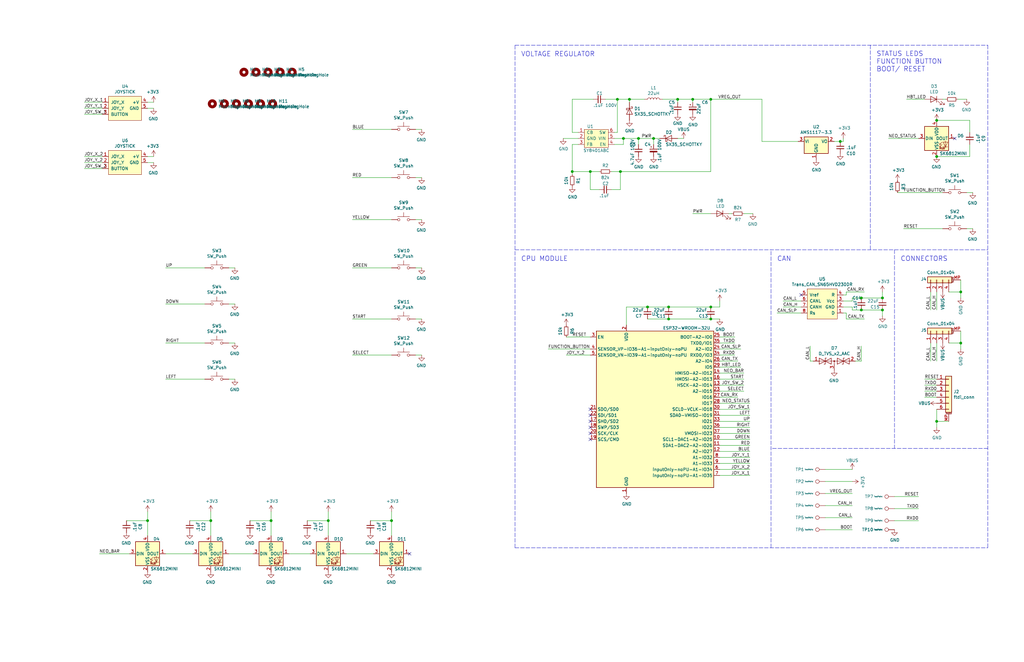
<source format=kicad_sch>
(kicad_sch (version 20210621) (generator eeschema)
  (paper "B")
  (title_block (rev "1.0P") (company "Evezor Inc."))
  (junction (at 62.23 219.71) (diameter 1.016))
  (junction (at 88.9 219.71) (diameter 1.016))
  (junction (at 114.3 219.71) (diameter 1.016))
  (junction (at 138.43 219.71) (diameter 1.016))
  (junction (at 165.1 219.71) (diameter 1.016))
  (junction (at 241.3 72.39) (diameter 1.016))
  (junction (at 248.92 72.39) (diameter 1.016))
  (junction (at 260.35 41.91) (diameter 1.016))
  (junction (at 261.62 72.39) (diameter 1.016))
  (junction (at 262.89 58.42) (diameter 1.016))
  (junction (at 265.43 41.91) (diameter 1.016))
  (junction (at 269.24 58.42) (diameter 1.016))
  (junction (at 273.05 129.54) (diameter 1.016))
  (junction (at 275.59 58.42) (diameter 1.016))
  (junction (at 281.94 129.54) (diameter 1.016))
  (junction (at 281.94 134.62) (diameter 1.016))
  (junction (at 285.75 41.91) (diameter 1.016))
  (junction (at 292.1 41.91) (diameter 1.016))
  (junction (at 299.72 41.91) (diameter 1.016))
  (junction (at 299.72 129.54) (diameter 1.016))
  (junction (at 299.72 134.62) (diameter 1.016))
  (junction (at 354.33 59.69) (diameter 1.016))
  (junction (at 363.22 125.73) (diameter 1.016))
  (junction (at 363.22 130.81) (diameter 1.016))
  (junction (at 372.11 125.73) (diameter 1.016))
  (junction (at 372.11 130.81) (diameter 1.016))
  (junction (at 394.97 50.8) (diameter 1.016))
  (junction (at 394.97 66.04) (diameter 1.016))
  (junction (at 394.97 177.8) (diameter 1.016))
  (junction (at 405.13 123.19) (diameter 1.016))
  (junction (at 405.13 144.78) (diameter 1.016))
  (no_connect (at 172.72 233.68))
  (no_connect (at 248.92 172.72))
  (no_connect (at 248.92 175.26))
  (no_connect (at 248.92 177.8))
  (no_connect (at 248.92 180.34))
  (no_connect (at 248.92 182.88))
  (no_connect (at 248.92 185.42))
  (no_connect (at 337.82 124.46))
  (no_connect (at 402.59 58.42))
  (wire (pts (xy 35.56 43.18) (xy 43.18 43.18)))
  (wire (pts (xy 35.56 45.72) (xy 43.18 45.72)))
  (wire (pts (xy 35.56 48.26) (xy 43.18 48.26)))
  (wire (pts (xy 35.56 66.04) (xy 43.18 66.04)))
  (wire (pts (xy 35.56 68.58) (xy 43.18 68.58)))
  (wire (pts (xy 35.56 71.12) (xy 43.18 71.12)))
  (wire (pts (xy 53.34 219.71) (xy 62.23 219.71)))
  (wire (pts (xy 54.61 233.68) (xy 41.91 233.68)))
  (wire (pts (xy 62.23 43.18) (xy 64.77 43.18)))
  (wire (pts (xy 62.23 66.04) (xy 64.77 66.04)))
  (wire (pts (xy 62.23 219.71) (xy 62.23 215.9)))
  (wire (pts (xy 62.23 219.71) (xy 62.23 226.06)))
  (wire (pts (xy 64.77 45.72) (xy 62.23 45.72)))
  (wire (pts (xy 64.77 68.58) (xy 62.23 68.58)))
  (wire (pts (xy 69.85 113.03) (xy 86.36 113.03)))
  (wire (pts (xy 69.85 128.27) (xy 86.36 128.27)))
  (wire (pts (xy 69.85 144.78) (xy 86.36 144.78)))
  (wire (pts (xy 69.85 160.02) (xy 86.36 160.02)))
  (wire (pts (xy 69.85 233.68) (xy 81.28 233.68)))
  (wire (pts (xy 80.01 219.71) (xy 88.9 219.71)))
  (wire (pts (xy 88.9 219.71) (xy 88.9 215.9)))
  (wire (pts (xy 88.9 219.71) (xy 88.9 226.06)))
  (wire (pts (xy 96.52 113.03) (xy 99.06 113.03)))
  (wire (pts (xy 96.52 128.27) (xy 99.06 128.27)))
  (wire (pts (xy 96.52 144.78) (xy 99.06 144.78)))
  (wire (pts (xy 96.52 160.02) (xy 99.06 160.02)))
  (wire (pts (xy 96.52 233.68) (xy 106.68 233.68)))
  (wire (pts (xy 105.41 219.71) (xy 114.3 219.71)))
  (wire (pts (xy 114.3 219.71) (xy 114.3 215.9)))
  (wire (pts (xy 114.3 219.71) (xy 114.3 226.06)))
  (wire (pts (xy 121.92 233.68) (xy 130.81 233.68)))
  (wire (pts (xy 129.54 219.71) (xy 138.43 219.71)))
  (wire (pts (xy 138.43 219.71) (xy 138.43 215.9)))
  (wire (pts (xy 138.43 219.71) (xy 138.43 226.06)))
  (wire (pts (xy 146.05 233.68) (xy 157.48 233.68)))
  (wire (pts (xy 148.59 54.61) (xy 165.1 54.61)))
  (wire (pts (xy 148.59 74.93) (xy 165.1 74.93)))
  (wire (pts (xy 148.59 92.71) (xy 165.1 92.71)))
  (wire (pts (xy 148.59 113.03) (xy 165.1 113.03)))
  (wire (pts (xy 148.59 134.62) (xy 165.1 134.62)))
  (wire (pts (xy 148.59 149.86) (xy 165.1 149.86)))
  (wire (pts (xy 156.21 219.71) (xy 165.1 219.71)))
  (wire (pts (xy 165.1 219.71) (xy 165.1 215.9)))
  (wire (pts (xy 165.1 219.71) (xy 165.1 226.06)))
  (wire (pts (xy 175.26 54.61) (xy 177.8 54.61)))
  (wire (pts (xy 175.26 74.93) (xy 177.8 74.93)))
  (wire (pts (xy 175.26 92.71) (xy 177.8 92.71)))
  (wire (pts (xy 175.26 113.03) (xy 177.8 113.03)))
  (wire (pts (xy 175.26 134.62) (xy 177.8 134.62)))
  (wire (pts (xy 175.26 149.86) (xy 177.8 149.86)))
  (wire (pts (xy 231.14 147.32) (xy 248.92 147.32)))
  (wire (pts (xy 237.49 58.42) (xy 243.84 58.42)))
  (wire (pts (xy 238.76 142.24) (xy 248.92 142.24)))
  (wire (pts (xy 238.76 149.86) (xy 248.92 149.86)))
  (wire (pts (xy 241.3 41.91) (xy 250.19 41.91)))
  (wire (pts (xy 241.3 55.88) (xy 241.3 41.91)))
  (wire (pts (xy 241.3 60.96) (xy 243.84 60.96)))
  (wire (pts (xy 241.3 72.39) (xy 241.3 60.96)))
  (wire (pts (xy 241.3 72.39) (xy 241.3 73.66)))
  (wire (pts (xy 243.84 55.88) (xy 241.3 55.88)))
  (wire (pts (xy 248.92 72.39) (xy 241.3 72.39)))
  (wire (pts (xy 248.92 80.01) (xy 248.92 72.39)))
  (wire (pts (xy 252.73 72.39) (xy 248.92 72.39)))
  (wire (pts (xy 252.73 80.01) (xy 248.92 80.01)))
  (wire (pts (xy 255.27 41.91) (xy 260.35 41.91)))
  (wire (pts (xy 257.81 72.39) (xy 261.62 72.39)))
  (wire (pts (xy 257.81 80.01) (xy 261.62 80.01)))
  (wire (pts (xy 259.08 55.88) (xy 260.35 55.88)))
  (wire (pts (xy 259.08 58.42) (xy 262.89 58.42)))
  (wire (pts (xy 259.08 60.96) (xy 262.89 60.96)))
  (wire (pts (xy 260.35 41.91) (xy 265.43 41.91)))
  (wire (pts (xy 260.35 55.88) (xy 260.35 41.91)))
  (wire (pts (xy 261.62 72.39) (xy 299.72 72.39)))
  (wire (pts (xy 261.62 80.01) (xy 261.62 72.39)))
  (wire (pts (xy 262.89 58.42) (xy 269.24 58.42)))
  (wire (pts (xy 262.89 60.96) (xy 262.89 58.42)))
  (wire (pts (xy 264.16 129.54) (xy 273.05 129.54)))
  (wire (pts (xy 264.16 137.16) (xy 264.16 129.54)))
  (wire (pts (xy 265.43 41.91) (xy 271.78 41.91)))
  (wire (pts (xy 265.43 43.18) (xy 265.43 41.91)))
  (wire (pts (xy 269.24 58.42) (xy 269.24 60.96)))
  (wire (pts (xy 273.05 129.54) (xy 281.94 129.54)))
  (wire (pts (xy 273.05 134.62) (xy 281.94 134.62)))
  (wire (pts (xy 275.59 58.42) (xy 269.24 58.42)))
  (wire (pts (xy 275.59 58.42) (xy 275.59 60.96)))
  (wire (pts (xy 275.59 58.42) (xy 278.13 58.42)))
  (wire (pts (xy 279.4 41.91) (xy 285.75 41.91)))
  (wire (pts (xy 281.94 129.54) (xy 299.72 129.54)))
  (wire (pts (xy 281.94 134.62) (xy 299.72 134.62)))
  (wire (pts (xy 285.75 41.91) (xy 285.75 43.18)))
  (wire (pts (xy 285.75 41.91) (xy 292.1 41.91)))
  (wire (pts (xy 285.75 58.42) (xy 288.29 58.42)))
  (wire (pts (xy 292.1 41.91) (xy 292.1 43.18)))
  (wire (pts (xy 292.1 41.91) (xy 299.72 41.91)))
  (wire (pts (xy 292.1 90.17) (xy 299.72 90.17)))
  (wire (pts (xy 299.72 41.91) (xy 321.31 41.91)))
  (wire (pts (xy 299.72 72.39) (xy 299.72 41.91)))
  (wire (pts (xy 299.72 129.54) (xy 303.53 129.54)))
  (wire (pts (xy 299.72 134.62) (xy 303.53 134.62)))
  (wire (pts (xy 303.53 129.54) (xy 303.53 127)))
  (wire (pts (xy 303.53 142.24) (xy 309.88 142.24)))
  (wire (pts (xy 303.53 144.78) (xy 309.88 144.78)))
  (wire (pts (xy 303.53 152.4) (xy 311.15 152.4)))
  (wire (pts (xy 303.53 154.94) (xy 312.42 154.94)))
  (wire (pts (xy 303.53 157.48) (xy 313.69 157.48)))
  (wire (pts (xy 303.53 160.02) (xy 313.69 160.02)))
  (wire (pts (xy 303.53 162.56) (xy 313.69 162.56)))
  (wire (pts (xy 303.53 165.1) (xy 313.69 165.1)))
  (wire (pts (xy 303.53 172.72) (xy 316.23 172.72)))
  (wire (pts (xy 303.53 175.26) (xy 316.23 175.26)))
  (wire (pts (xy 303.53 177.8) (xy 316.23 177.8)))
  (wire (pts (xy 303.53 180.34) (xy 316.23 180.34)))
  (wire (pts (xy 303.53 182.88) (xy 316.23 182.88)))
  (wire (pts (xy 303.53 185.42) (xy 316.23 185.42)))
  (wire (pts (xy 303.53 187.96) (xy 316.23 187.96)))
  (wire (pts (xy 303.53 190.5) (xy 316.23 190.5)))
  (wire (pts (xy 303.53 193.04) (xy 316.23 193.04)))
  (wire (pts (xy 303.53 195.58) (xy 316.23 195.58)))
  (wire (pts (xy 303.53 198.12) (xy 316.23 198.12)))
  (wire (pts (xy 303.53 200.66) (xy 316.23 200.66)))
  (wire (pts (xy 307.34 90.17) (xy 308.61 90.17)))
  (wire (pts (xy 309.88 149.86) (xy 303.53 149.86)))
  (wire (pts (xy 311.15 167.64) (xy 303.53 167.64)))
  (wire (pts (xy 312.42 147.32) (xy 303.53 147.32)))
  (wire (pts (xy 313.69 90.17) (xy 317.5 90.17)))
  (wire (pts (xy 316.23 170.18) (xy 303.53 170.18)))
  (wire (pts (xy 321.31 41.91) (xy 321.31 59.69)))
  (wire (pts (xy 321.31 59.69) (xy 336.55 59.69)))
  (wire (pts (xy 327.66 132.08) (xy 337.82 132.08)))
  (wire (pts (xy 337.82 127) (xy 330.2 127)))
  (wire (pts (xy 337.82 129.54) (xy 330.2 129.54)))
  (wire (pts (xy 341.63 146.05) (xy 341.63 152.4)))
  (wire (pts (xy 341.63 152.4) (xy 342.9 152.4)))
  (wire (pts (xy 347.98 198.12) (xy 359.41 198.12)))
  (wire (pts (xy 347.98 208.28) (xy 359.41 208.28)))
  (wire (pts (xy 347.98 218.44) (xy 359.41 218.44)))
  (wire (pts (xy 347.98 223.52) (xy 359.41 223.52)))
  (wire (pts (xy 351.79 59.69) (xy 354.33 59.69)))
  (wire (pts (xy 354.33 59.69) (xy 355.6 59.69)))
  (wire (pts (xy 355.6 59.69) (xy 355.6 58.42)))
  (wire (pts (xy 355.6 124.46) (xy 356.87 124.46)))
  (wire (pts (xy 355.6 127) (xy 359.41 127)))
  (wire (pts (xy 355.6 129.54) (xy 359.41 129.54)))
  (wire (pts (xy 355.6 132.08) (xy 356.87 132.08)))
  (wire (pts (xy 356.87 123.19) (xy 364.49 123.19)))
  (wire (pts (xy 356.87 124.46) (xy 356.87 123.19)))
  (wire (pts (xy 356.87 132.08) (xy 356.87 134.62)))
  (wire (pts (xy 356.87 134.62) (xy 364.49 134.62)))
  (wire (pts (xy 359.41 125.73) (xy 363.22 125.73)))
  (wire (pts (xy 359.41 127) (xy 359.41 125.73)))
  (wire (pts (xy 359.41 129.54) (xy 359.41 130.81)))
  (wire (pts (xy 359.41 130.81) (xy 363.22 130.81)))
  (wire (pts (xy 359.41 203.2) (xy 347.98 203.2)))
  (wire (pts (xy 359.41 213.36) (xy 347.98 213.36)))
  (wire (pts (xy 363.22 125.73) (xy 372.11 125.73)))
  (wire (pts (xy 363.22 130.81) (xy 372.11 130.81)))
  (wire (pts (xy 363.22 146.05) (xy 363.22 152.4)))
  (wire (pts (xy 363.22 152.4) (xy 360.68 152.4)))
  (wire (pts (xy 372.11 125.73) (xy 372.11 123.19)))
  (wire (pts (xy 372.11 133.35) (xy 372.11 130.81)))
  (wire (pts (xy 377.19 209.55) (xy 387.35 209.55)))
  (wire (pts (xy 377.19 219.71) (xy 387.35 219.71)))
  (wire (pts (xy 378.46 81.28) (xy 397.51 81.28)))
  (wire (pts (xy 381 96.52) (xy 397.51 96.52)))
  (wire (pts (xy 382.27 41.91) (xy 389.89 41.91)))
  (wire (pts (xy 387.35 58.42) (xy 374.65 58.42)))
  (wire (pts (xy 387.35 214.63) (xy 377.19 214.63)))
  (wire (pts (xy 389.89 160.02) (xy 394.97 160.02)))
  (wire (pts (xy 389.89 162.56) (xy 394.97 162.56)))
  (wire (pts (xy 389.89 165.1) (xy 394.97 165.1)))
  (wire (pts (xy 392.43 123.19) (xy 392.43 130.81)))
  (wire (pts (xy 392.43 144.78) (xy 392.43 152.4)))
  (wire (pts (xy 394.97 50.8) (xy 408.94 50.8)))
  (wire (pts (xy 394.97 66.04) (xy 408.94 66.04)))
  (wire (pts (xy 394.97 123.19) (xy 394.97 130.81)))
  (wire (pts (xy 394.97 144.78) (xy 394.97 152.4)))
  (wire (pts (xy 394.97 167.64) (xy 389.89 167.64)))
  (wire (pts (xy 394.97 172.72) (xy 394.97 177.8)))
  (wire (pts (xy 394.97 177.8) (xy 394.97 180.34)))
  (wire (pts (xy 394.97 177.8) (xy 400.05 177.8)))
  (wire (pts (xy 397.51 41.91) (xy 398.78 41.91)))
  (wire (pts (xy 400.05 123.19) (xy 405.13 123.19)))
  (wire (pts (xy 400.05 144.78) (xy 405.13 144.78)))
  (wire (pts (xy 403.86 41.91) (xy 407.67 41.91)))
  (wire (pts (xy 405.13 118.11) (xy 405.13 123.19)))
  (wire (pts (xy 405.13 123.19) (xy 405.13 125.73)))
  (wire (pts (xy 405.13 139.7) (xy 405.13 144.78)))
  (wire (pts (xy 405.13 144.78) (xy 405.13 147.32)))
  (wire (pts (xy 407.67 81.28) (xy 410.21 81.28)))
  (wire (pts (xy 407.67 96.52) (xy 410.21 96.52)))
  (wire (pts (xy 408.94 50.8) (xy 408.94 55.88)))
  (wire (pts (xy 408.94 66.04) (xy 408.94 60.96)))
  (polyline (pts (xy 217.17 19.05) (xy 416.56 19.05)) (stroke (width 0) (type dash)))
  (polyline (pts (xy 217.17 105.41) (xy 416.56 105.41)) (stroke (width 0) (type dash)))
  (polyline (pts (xy 217.17 231.14) (xy 217.17 19.05)) (stroke (width 0) (type dash)))
  (polyline (pts (xy 217.17 231.14) (xy 416.56 231.14)) (stroke (width 0) (type dash)))
  (polyline (pts (xy 325.12 231.14) (xy 325.12 105.41)) (stroke (width 0) (type dash)))
  (polyline (pts (xy 367.03 19.05) (xy 367.03 105.41)) (stroke (width 0) (type dash)))
  (polyline (pts (xy 377.19 105.41) (xy 377.19 189.23)) (stroke (width 0) (type dash)))
  (polyline (pts (xy 416.56 19.05) (xy 416.56 231.14)) (stroke (width 0) (type dash)))
  (polyline (pts (xy 416.56 189.23) (xy 325.12 189.23)) (stroke (width 0) (type dash)))
  (text "VOLTAGE REGULATOR" (at 219.71 24.13 0) (effects (font (size 2.0066 2.0066)) (justify left bottom)))
  (text "CPU MODULE" (at 219.71 110.49 0) (effects (font (size 2.0066 2.0066)) (justify left bottom)))
  (text "CAN \n" (at 327.66 110.49 0) (effects (font (size 2.0066 2.0066)) (justify left bottom)))
  (text "STATUS LEDS \nFUNCTION BUTTON\nBOOT/ RESET " (at 369.57 30.48 0) (effects (font (size 2.0066 2.0066)) (justify left bottom)))
  (text "CONNECTORS" (at 379.73 110.49 0) (effects (font (size 2.0066 2.0066)) (justify left bottom)))
  (label "JOY_X_1" (at 35.56 43.18 0))
  (label "JOY_Y_1" (at 35.56 45.72 0))
  (label "JOY_SW_1" (at 35.56 48.26 0))
  (label "JOY_X_2" (at 35.56 66.04 0))
  (label "JOY_Y_2" (at 35.56 68.58 0))
  (label "JOY_SW_2" (at 35.56 71.12 0))
  (label "NEO_BAR" (at 41.91 233.68 0))
  (label "UP" (at 69.85 113.03 0))
  (label "DOWN" (at 69.85 128.27 0))
  (label "RIGHT" (at 69.85 144.78 0))
  (label "LEFT" (at 69.85 160.02 0))
  (label "BLUE" (at 148.59 54.61 0))
  (label "RED" (at 148.59 74.93 0))
  (label "YELLOW" (at 148.59 92.71 0))
  (label "GREEN" (at 148.59 113.03 0))
  (label "START" (at 148.59 134.62 0))
  (label "SELECT" (at 148.59 149.86 0))
  (label "FUNCTION_BUTTON" (at 231.14 147.32 0))
  (label "JOY_Y_2" (at 238.76 149.86 0))
  (label "RESET" (at 241.3 142.24 0))
  (label "PWR" (at 270.51 58.42 0))
  (label "PWR" (at 292.1 90.17 0))
  (label "BOOT" (at 309.88 142.24 180))
  (label "TXDO" (at 309.88 144.78 180))
  (label "RXD0" (at 309.88 149.86 180))
  (label "CAN_TX" (at 311.15 152.4 180))
  (label "CAN_RX" (at 311.15 167.64 180))
  (label "VREG_OUT" (at 312.42 41.91 180))
  (label "CAN_SLP" (at 312.42 147.32 180))
  (label "HBT_LED" (at 312.42 154.94 180))
  (label "NEO_BAR" (at 313.69 157.48 180))
  (label "START" (at 313.69 160.02 180))
  (label "JOY_SW_2" (at 313.69 162.56 180))
  (label "SELECT" (at 313.69 165.1 180))
  (label "NEO_STATUS" (at 316.23 170.18 180))
  (label "JOY_SW_1" (at 316.23 172.72 180))
  (label "LEFT" (at 316.23 175.26 180))
  (label "UP" (at 316.23 177.8 180))
  (label "RIGHT" (at 316.23 180.34 180))
  (label "DOWN" (at 316.23 182.88 180))
  (label "GREEN" (at 316.23 185.42 180))
  (label "RED" (at 316.23 187.96 180))
  (label "BLUE" (at 316.23 190.5 180))
  (label "JOY_Y_1" (at 316.23 193.04 180))
  (label "YELLOW" (at 316.23 195.58 180))
  (label "JOY_X_2" (at 316.23 198.12 180))
  (label "JOY_X_1" (at 316.23 200.66 180))
  (label "CAN_SLP" (at 327.66 132.08 0))
  (label "CAN_L" (at 330.2 127 0))
  (label "CAN_H" (at 330.2 129.54 0))
  (label "CAN_L" (at 341.63 146.05 270))
  (label "VREG_OUT" (at 359.41 208.28 180))
  (label "CAN_H" (at 359.41 213.36 180))
  (label "CAN_L" (at 359.41 218.44 180))
  (label "BOOT" (at 359.41 223.52 180))
  (label "CAN_H" (at 363.22 146.05 270))
  (label "CAN_RX" (at 364.49 123.19 180))
  (label "CAN_TX" (at 364.49 134.62 180))
  (label "NEO_STATUS" (at 374.65 58.42 0))
  (label "FUNCTION_BUTTON" (at 381 81.28 0))
  (label "RESET" (at 381 96.52 0))
  (label "HBT_LED" (at 382.27 41.91 0))
  (label "RESET" (at 387.35 209.55 180))
  (label "TXDO" (at 387.35 214.63 180))
  (label "RXD0" (at 387.35 219.71 180))
  (label "RESET" (at 389.89 160.02 0))
  (label "TXDO" (at 389.89 162.56 0))
  (label "RXD0" (at 389.89 165.1 0))
  (label "BOOT" (at 389.89 167.64 0))
  (label "CAN_L" (at 392.43 130.81 90))
  (label "CAN_L" (at 392.43 152.4 90))
  (label "CAN_H" (at 394.97 130.81 90))
  (label "CAN_H" (at 394.97 152.4 90))
  (symbol (lib_id "power:+3.3V") (at 62.23 215.9 0) (unit 1)
    (property "Reference" "#PWR02" (effects hide))
    (property "Value" "+3.3V" (at 62.611 211.5058 0))
  )
  (symbol (lib_id "power:+3.3V") (at 64.77 43.18 0) (mirror y) (unit 1)
    (property "Reference" "#PWR04" (effects hide))
    (property "Value" "+3.3V" (at 64.389 38.7858 0))
  )
  (symbol (lib_id "power:+3.3V") (at 64.77 66.04 0) (mirror y) (unit 1)
    (property "Reference" "#PWR06" (effects hide))
    (property "Value" "+3.3V" (at 64.389 61.6458 0))
  )
  (symbol (lib_id "power:+3.3V") (at 88.9 215.9 0) (unit 1)
    (property "Reference" "#PWR09" (effects hide))
    (property "Value" "+3.3V" (at 89.281 211.5058 0))
  )
  (symbol (lib_id "power:+3.3V") (at 114.3 215.9 0) (unit 1)
    (property "Reference" "#PWR016" (effects hide))
    (property "Value" "+3.3V" (at 114.681 211.5058 0))
  )
  (symbol (lib_id "power:+3.3V") (at 138.43 215.9 0) (unit 1)
    (property "Reference" "#PWR019" (effects hide))
    (property "Value" "+3.3V" (at 138.811 211.5058 0))
  )
  (symbol (lib_id "power:+3.3V") (at 165.1 215.9 0) (unit 1)
    (property "Reference" "#PWR022" (effects hide))
    (property "Value" "+3.3V" (at 165.481 211.5058 0))
  )
  (symbol (lib_id "power:+3.3V") (at 238.76 137.16 0) (unit 1)
    (property "Reference" "#PWR0113" (effects hide))
    (property "Value" "+3.3V" (at 239.141 132.7658 0))
  )
  (symbol (lib_id "power:VBUS") (at 288.29 58.42 0) (unit 1)
    (property "Reference" "#PWR0109" (effects hide))
    (property "Value" "VBUS" (at 288.29 54.61 0))
  )
  (symbol (lib_id "power:+3.3V") (at 303.53 127 0) (unit 1)
    (property "Reference" "#PWR0114" (effects hide))
    (property "Value" "+3.3V" (at 303.911 122.6058 0))
  )
  (symbol (lib_id "power:+3.3V") (at 355.6 58.42 0) (unit 1)
    (property "Reference" "#PWR0101" (effects hide))
    (property "Value" "+3.3V" (at 355.981 54.0258 0))
  )
  (symbol (lib_id "power:VBUS") (at 359.41 198.12 0) (unit 1)
    (property "Reference" "#PWR0122" (effects hide))
    (property "Value" "VBUS" (at 359.41 194.31 0))
  )
  (symbol (lib_id "power:+3.3V") (at 359.41 203.2 270) (unit 1)
    (property "Reference" "#PWR0125" (effects hide))
    (property "Value" "+3.3V" (at 363.8042 203.581 0))
  )
  (symbol (lib_id "power:+3.3V") (at 372.11 123.19 0) (unit 1)
    (property "Reference" "#PWR0127" (effects hide))
    (property "Value" "+3.3V" (at 372.491 118.7958 0))
  )
  (symbol (lib_id "power:+3.3V") (at 378.46 76.2 0) (unit 1)
    (property "Reference" "#PWR0116" (effects hide))
    (property "Value" "+3.3V" (at 378.841 71.8058 0))
  )
  (symbol (lib_id "power:+3.3V") (at 394.97 50.8 0) (unit 1)
    (property "Reference" "#PWR0130" (effects hide))
    (property "Value" "+3.3V" (at 395.351 46.4058 0))
  )
  (symbol (lib_id "power:VBUS") (at 394.97 170.18 90) (unit 1)
    (property "Reference" "#PWR0112" (effects hide))
    (property "Value" "VBUS" (at 389.89 170.18 90))
  )
  (symbol (lib_id "power:VBUS") (at 397.51 123.19 180) (unit 1)
    (property "Reference" "#PWR0121" (effects hide))
    (property "Value" "VBUS" (at 397.51 128.27 90))
  )
  (symbol (lib_id "power:VBUS") (at 397.51 144.78 180) (unit 1)
    (property "Reference" "#PWR0120" (effects hide))
    (property "Value" "VBUS" (at 397.51 149.86 90))
  )
  (symbol (lib_id "Connector:TestPoint") (at 347.98 198.12 90) (unit 1)
    (property "Reference" "TP1" (at 339.09 198.12 90) (effects (justify left)))
    (property "Value" "TestPoint" (at 342.9 198.12 90) (effects (font (size 0.508 0.508)) (justify left)))
    (property "Footprint" "Evezor_extras:TestPoint_THTPad_D1.0mm_Drill0.5mm" (effects hide))
  )
  (symbol (lib_id "Connector:TestPoint") (at 347.98 203.2 90) (unit 1)
    (property "Reference" "TP2" (at 339.09 203.2 90) (effects (justify left)))
    (property "Value" "TestPoint" (at 342.9 203.2 90) (effects (font (size 0.508 0.508)) (justify left)))
    (property "Footprint" "Evezor_extras:TestPoint_THTPad_D1.0mm_Drill0.5mm" (effects hide))
  )
  (symbol (lib_id "Connector:TestPoint") (at 347.98 208.28 90) (unit 1)
    (property "Reference" "TP3" (at 339.09 208.28 90) (effects (justify left)))
    (property "Value" "TestPoint" (at 342.9 208.28 90) (effects (font (size 0.508 0.508)) (justify left)))
    (property "Footprint" "Evezor_extras:TestPoint_THTPad_D1.0mm_Drill0.5mm" (effects hide))
  )
  (symbol (lib_id "Connector:TestPoint") (at 347.98 213.36 90) (unit 1)
    (property "Reference" "TP4" (at 339.09 213.36 90) (effects (justify left)))
    (property "Value" "TestPoint" (at 342.9 213.36 90) (effects (font (size 0.508 0.508)) (justify left)))
    (property "Footprint" "Evezor_extras:TestPoint_THTPad_D1.0mm_Drill0.5mm" (effects hide))
  )
  (symbol (lib_id "Connector:TestPoint") (at 347.98 218.44 90) (unit 1)
    (property "Reference" "TP5" (at 339.09 218.44 90) (effects (justify left)))
    (property "Value" "TestPoint" (at 342.9 218.44 90) (effects (font (size 0.508 0.508)) (justify left)))
    (property "Footprint" "Evezor_extras:TestPoint_THTPad_D1.0mm_Drill0.5mm" (effects hide))
  )
  (symbol (lib_id "Connector:TestPoint") (at 347.98 223.52 90) (unit 1)
    (property "Reference" "TP6" (at 339.09 223.52 90) (effects (justify left)))
    (property "Value" "TestPoint" (at 342.9 223.52 90) (effects (font (size 0.508 0.508)) (justify left)))
    (property "Footprint" "Evezor_extras:TestPoint_THTPad_D1.0mm_Drill0.5mm" (effects hide))
  )
  (symbol (lib_id "Connector:TestPoint") (at 377.19 209.55 90) (unit 1)
    (property "Reference" "TP7" (at 368.3 209.55 90) (effects (justify left)))
    (property "Value" "TestPoint" (at 372.11 209.55 90) (effects (font (size 0.508 0.508)) (justify left)))
    (property "Footprint" "Evezor_extras:TestPoint_THTPad_D1.0mm_Drill0.5mm" (effects hide))
  )
  (symbol (lib_id "Connector:TestPoint") (at 377.19 214.63 90) (unit 1)
    (property "Reference" "TP8" (at 368.3 214.63 90) (effects (justify left)))
    (property "Value" "TestPoint" (at 372.11 214.63 90) (effects (font (size 0.508 0.508)) (justify left)))
    (property "Footprint" "Evezor_extras:TestPoint_THTPad_D1.0mm_Drill0.5mm" (effects hide))
  )
  (symbol (lib_id "Connector:TestPoint") (at 377.19 219.71 90) (unit 1)
    (property "Reference" "TP9" (at 368.3 219.71 90) (effects (justify left)))
    (property "Value" "TestPoint" (at 372.11 219.71 90) (effects (font (size 0.508 0.508)) (justify left)))
    (property "Footprint" "Evezor_extras:TestPoint_THTPad_D1.0mm_Drill0.5mm" (effects hide))
  )
  (symbol (lib_id "Connector:TestPoint") (at 377.19 223.52 90) (unit 1)
    (property "Reference" "TP10" (at 368.3 223.52 90) (effects (justify left)))
    (property "Value" "TestPoint" (at 372.11 223.52 90) (effects (font (size 0.508 0.508)) (justify left)))
    (property "Footprint" "Evezor_extras:TestPoint_THTPad_D1.0mm_Drill0.5mm" (effects hide))
  )
  (symbol (lib_id "power:GND") (at 53.34 224.79 0) (mirror y) (unit 1)
    (property "Reference" "#PWR01" (effects hide))
    (property "Value" "GND" (at 53.213 229.1842 0))
  )
  (symbol (lib_id "power:GND") (at 62.23 241.3 0) (mirror y) (unit 1)
    (property "Reference" "#PWR03" (effects hide))
    (property "Value" "GND" (at 62.103 245.6942 0))
  )
  (symbol (lib_id "power:GND") (at 64.77 45.72 0) (mirror y) (unit 1)
    (property "Reference" "#PWR05" (effects hide))
    (property "Value" "GND" (at 64.643 50.1142 0))
  )
  (symbol (lib_id "power:GND") (at 64.77 68.58 0) (mirror y) (unit 1)
    (property "Reference" "#PWR07" (effects hide))
    (property "Value" "GND" (at 64.643 72.9742 0))
  )
  (symbol (lib_id "power:GND") (at 80.01 224.79 0) (mirror y) (unit 1)
    (property "Reference" "#PWR08" (effects hide))
    (property "Value" "GND" (at 79.883 229.1842 0))
  )
  (symbol (lib_id "power:GND") (at 88.9 241.3 0) (mirror y) (unit 1)
    (property "Reference" "#PWR010" (effects hide))
    (property "Value" "GND" (at 88.773 245.6942 0))
  )
  (symbol (lib_id "power:GND") (at 99.06 113.03 0) (mirror y) (unit 1)
    (property "Reference" "#PWR011" (effects hide))
    (property "Value" "GND" (at 98.933 117.4242 0))
  )
  (symbol (lib_id "power:GND") (at 99.06 128.27 0) (mirror y) (unit 1)
    (property "Reference" "#PWR012" (effects hide))
    (property "Value" "GND" (at 98.933 132.6642 0))
  )
  (symbol (lib_id "power:GND") (at 99.06 144.78 0) (mirror y) (unit 1)
    (property "Reference" "#PWR013" (effects hide))
    (property "Value" "GND" (at 98.933 149.1742 0))
  )
  (symbol (lib_id "power:GND") (at 99.06 160.02 0) (mirror y) (unit 1)
    (property "Reference" "#PWR014" (effects hide))
    (property "Value" "GND" (at 98.933 164.4142 0))
  )
  (symbol (lib_id "power:GND") (at 105.41 224.79 0) (mirror y) (unit 1)
    (property "Reference" "#PWR015" (effects hide))
    (property "Value" "GND" (at 105.283 229.1842 0))
  )
  (symbol (lib_id "power:GND") (at 114.3 241.3 0) (mirror y) (unit 1)
    (property "Reference" "#PWR017" (effects hide))
    (property "Value" "GND" (at 114.173 245.6942 0))
  )
  (symbol (lib_id "power:GND") (at 129.54 224.79 0) (mirror y) (unit 1)
    (property "Reference" "#PWR018" (effects hide))
    (property "Value" "GND" (at 129.413 229.1842 0))
  )
  (symbol (lib_id "power:GND") (at 138.43 241.3 0) (mirror y) (unit 1)
    (property "Reference" "#PWR020" (effects hide))
    (property "Value" "GND" (at 138.303 245.6942 0))
  )
  (symbol (lib_id "power:GND") (at 156.21 224.79 0) (mirror y) (unit 1)
    (property "Reference" "#PWR021" (effects hide))
    (property "Value" "GND" (at 156.083 229.1842 0))
  )
  (symbol (lib_id "power:GND") (at 165.1 241.3 0) (mirror y) (unit 1)
    (property "Reference" "#PWR023" (effects hide))
    (property "Value" "GND" (at 164.973 245.6942 0))
  )
  (symbol (lib_id "power:GND") (at 177.8 54.61 0) (mirror y) (unit 1)
    (property "Reference" "#PWR024" (effects hide))
    (property "Value" "GND" (at 177.673 59.0042 0))
  )
  (symbol (lib_id "power:GND") (at 177.8 74.93 0) (mirror y) (unit 1)
    (property "Reference" "#PWR025" (effects hide))
    (property "Value" "GND" (at 177.673 79.3242 0))
  )
  (symbol (lib_id "power:GND") (at 177.8 92.71 0) (mirror y) (unit 1)
    (property "Reference" "#PWR026" (effects hide))
    (property "Value" "GND" (at 177.673 97.1042 0))
  )
  (symbol (lib_id "power:GND") (at 177.8 113.03 0) (mirror y) (unit 1)
    (property "Reference" "#PWR027" (effects hide))
    (property "Value" "GND" (at 177.673 117.4242 0))
  )
  (symbol (lib_id "power:GND") (at 177.8 134.62 0) (mirror y) (unit 1)
    (property "Reference" "#PWR028" (effects hide))
    (property "Value" "GND" (at 177.673 139.0142 0))
  )
  (symbol (lib_id "power:GND") (at 177.8 149.86 0) (mirror y) (unit 1)
    (property "Reference" "#PWR029" (effects hide))
    (property "Value" "GND" (at 177.673 154.2542 0))
  )
  (symbol (lib_id "power:GND") (at 237.49 58.42 0) (unit 1)
    (property "Reference" "#PWR0102" (effects hide))
    (property "Value" "GND" (at 237.617 62.8142 0))
  )
  (symbol (lib_id "power:GND") (at 241.3 78.74 0) (unit 1)
    (property "Reference" "#PWR0106" (effects hide))
    (property "Value" "GND" (at 241.427 83.1342 0))
  )
  (symbol (lib_id "power:GND") (at 264.16 208.28 0) (unit 1)
    (property "Reference" "#PWR0124" (effects hide))
    (property "Value" "GND" (at 264.287 212.6742 0))
  )
  (symbol (lib_id "power:GND") (at 265.43 50.8 0) (unit 1)
    (property "Reference" "#PWR0103" (effects hide))
    (property "Value" "GND" (at 265.557 55.1942 0))
  )
  (symbol (lib_id "power:GND") (at 269.24 66.04 0) (unit 1)
    (property "Reference" "#PWR0108" (effects hide))
    (property "Value" "GND" (at 269.367 70.4342 0))
  )
  (symbol (lib_id "power:GND") (at 275.59 66.04 0) (unit 1)
    (property "Reference" "#PWR0107" (effects hide))
    (property "Value" "GND" (at 275.717 70.4342 0))
  )
  (symbol (lib_id "power:GND") (at 285.75 48.26 0) (unit 1)
    (property "Reference" "#PWR0105" (effects hide))
    (property "Value" "GND" (at 285.75 52.07 0))
  )
  (symbol (lib_id "power:GND") (at 292.1 48.26 0) (unit 1)
    (property "Reference" "#PWR0104" (effects hide))
    (property "Value" "GND" (at 292.227 52.6542 0))
  )
  (symbol (lib_id "power:GND") (at 303.53 134.62 0) (unit 1)
    (property "Reference" "#PWR0126" (effects hide))
    (property "Value" "GND" (at 303.657 139.0142 0))
  )
  (symbol (lib_id "power:GND") (at 317.5 90.17 0) (mirror y) (unit 1)
    (property "Reference" "#PWR0138" (effects hide))
    (property "Value" "GND" (at 317.373 94.5642 0))
  )
  (symbol (lib_id "power:GND") (at 344.17 67.31 0) (unit 1)
    (property "Reference" "#PWR0110" (effects hide))
    (property "Value" "GND" (at 344.297 71.7042 0))
  )
  (symbol (lib_id "power:GND") (at 351.79 156.21 0) (mirror y) (unit 1)
    (property "Reference" "#PWR0111" (effects hide))
    (property "Value" "GND" (at 351.663 160.6042 0))
  )
  (symbol (lib_id "power:GND") (at 354.33 64.77 0) (unit 1)
    (property "Reference" "#PWR0137" (effects hide))
    (property "Value" "GND" (at 354.457 69.1642 0))
  )
  (symbol (lib_id "power:GND") (at 372.11 133.35 0) (unit 1)
    (property "Reference" "#PWR0132" (effects hide))
    (property "Value" "GND" (at 372.237 137.7442 0))
  )
  (symbol (lib_id "power:GND") (at 377.19 223.52 0) (unit 1)
    (property "Reference" "#PWR0115" (effects hide))
    (property "Value" "GND" (at 377.317 227.9142 0))
  )
  (symbol (lib_id "power:GND") (at 394.97 66.04 0) (mirror y) (unit 1)
    (property "Reference" "#PWR0131" (effects hide))
    (property "Value" "GND" (at 394.843 70.4342 0))
  )
  (symbol (lib_id "power:GND") (at 394.97 180.34 0) (unit 1)
    (property "Reference" "#PWR0119" (effects hide))
    (property "Value" "GND" (at 395.097 184.7342 0))
  )
  (symbol (lib_id "power:GND") (at 405.13 125.73 0) (unit 1)
    (property "Reference" "#PWR0118" (effects hide))
    (property "Value" "GND" (at 405.13 130.81 90))
  )
  (symbol (lib_id "power:GND") (at 405.13 147.32 0) (unit 1)
    (property "Reference" "#PWR0123" (effects hide))
    (property "Value" "GND" (at 405.13 152.4 90))
  )
  (symbol (lib_id "power:GND") (at 407.67 41.91 0) (mirror y) (unit 1)
    (property "Reference" "#PWR0133" (effects hide))
    (property "Value" "GND" (at 407.543 46.3042 0))
  )
  (symbol (lib_id "power:GND") (at 410.21 81.28 0) (mirror y) (unit 1)
    (property "Reference" "#PWR0129" (effects hide))
    (property "Value" "GND" (at 410.083 85.6742 0))
  )
  (symbol (lib_id "power:GND") (at 410.21 96.52 0) (mirror y) (unit 1)
    (property "Reference" "#PWR0117" (effects hide))
    (property "Value" "GND" (at 410.083 100.9142 0))
  )
  (symbol (lib_id "Device:L") (at 275.59 41.91 90) (unit 1)
    (property "Reference" "L1" (at 275.59 37.084 90))
    (property "Value" "22uH" (at 275.59 39.3954 90))
    (property "Footprint" "EvezorLIB:INDUCTOR_7.5X6.6_GCDA0630-220MC" (effects hide))
  )
  (symbol (lib_id "Device:R_Small") (at 238.76 139.7 180) (unit 1)
    (property "Reference" "R6" (at 241.3 139.7 90))
    (property "Value" "10k" (at 236.22 139.7 90))
    (property "Footprint" "Resistor_SMD:R_0603_1608Metric" (effects hide))
  )
  (symbol (lib_id "Device:R_Small") (at 241.3 76.2 180) (unit 1)
    (property "Reference" "R1" (at 243.84 76.2 90))
    (property "Value" "10k" (at 238.76 76.2 90))
    (property "Footprint" "Resistor_SMD:R_0603_1608Metric" (effects hide))
  )
  (symbol (lib_id "Device:R_Small") (at 255.27 72.39 270) (unit 1)
    (property "Reference" "R2" (at 255.27 69.85 90))
    (property "Value" "82k" (at 255.27 74.93 90))
    (property "Footprint" "Resistor_SMD:R_0603_1608Metric" (effects hide))
  )
  (symbol (lib_id "Device:R_Small") (at 311.15 90.17 270) (mirror x) (unit 1)
    (property "Reference" "R7" (at 311.15 92.71 90))
    (property "Value" "82k" (at 311.15 87.63 90))
    (property "Footprint" "Resistor_SMD:R_0603_1608Metric" (effects hide))
  )
  (symbol (lib_id "Device:R_Small") (at 378.46 78.74 180) (unit 1)
    (property "Reference" "R3" (at 381 78.74 90))
    (property "Value" "10k" (at 375.92 78.74 90))
    (property "Footprint" "Resistor_SMD:R_0603_1608Metric" (effects hide))
  )
  (symbol (lib_id "Device:R_Small") (at 401.32 41.91 270) (mirror x) (unit 1)
    (property "Reference" "R5" (at 401.32 44.45 90))
    (property "Value" "10k" (at 401.32 39.37 90))
    (property "Footprint" "Resistor_SMD:R_0603_1608Metric" (effects hide))
  )
  (symbol (lib_id "Mechanical:MountingHole") (at 89.535 43.815 0) (unit 1)
    (property "Reference" "H6" (at 92.075 42.6466 0) (effects (justify left)))
    (property "Value" "MountingHole" (at 92.075 44.958 0) (effects (justify left)))
    (property "Footprint" "MountingHole:MountingHole_2.5mm_Pad" (effects hide))
  )
  (symbol (lib_id "Mechanical:MountingHole") (at 94.615 43.815 0) (unit 1)
    (property "Reference" "H7" (at 97.155 42.6466 0) (effects (justify left)))
    (property "Value" "MountingHole" (at 97.155 44.958 0) (effects (justify left)))
    (property "Footprint" "MountingHole:MountingHole_2.5mm_Pad" (effects hide))
  )
  (symbol (lib_id "Mechanical:MountingHole") (at 99.695 43.815 0) (unit 1)
    (property "Reference" "H8" (at 102.235 42.6466 0) (effects (justify left)))
    (property "Value" "MountingHole" (at 102.235 44.958 0) (effects (justify left)))
    (property "Footprint" "MountingHole:MountingHole_2.5mm_Pad" (effects hide))
  )
  (symbol (lib_id "Mechanical:MountingHole") (at 102.87 30.48 0) (unit 1)
    (property "Reference" "H1" (at 105.41 29.3116 0) (effects (justify left)))
    (property "Value" "MountingHole" (at 105.41 31.623 0) (effects (justify left)))
    (property "Footprint" "MountingHole:MountingHole_2.5mm_Pad" (effects hide))
  )
  (symbol (lib_id "Mechanical:MountingHole") (at 104.775 43.815 0) (unit 1)
    (property "Reference" "H9" (at 107.315 42.6466 0) (effects (justify left)))
    (property "Value" "MountingHole" (at 107.315 44.958 0) (effects (justify left)))
    (property "Footprint" "MountingHole:MountingHole_2.5mm_Pad" (effects hide))
  )
  (symbol (lib_id "Mechanical:MountingHole") (at 107.95 30.48 0) (unit 1)
    (property "Reference" "H2" (at 110.49 29.3116 0) (effects (justify left)))
    (property "Value" "MountingHole" (at 110.49 31.623 0) (effects (justify left)))
    (property "Footprint" "MountingHole:MountingHole_2.5mm_Pad" (effects hide))
  )
  (symbol (lib_id "Mechanical:MountingHole") (at 109.855 43.815 0) (unit 1)
    (property "Reference" "H10" (at 112.395 42.6466 0) (effects (justify left)))
    (property "Value" "MountingHole" (at 112.395 44.958 0) (effects (justify left)))
    (property "Footprint" "MountingHole:MountingHole_2.5mm_Pad" (effects hide))
  )
  (symbol (lib_id "Mechanical:MountingHole") (at 113.03 30.48 0) (unit 1)
    (property "Reference" "H3" (at 115.57 29.3116 0) (effects (justify left)))
    (property "Value" "MountingHole" (at 115.57 31.623 0) (effects (justify left)))
    (property "Footprint" "MountingHole:MountingHole_2.5mm_Pad" (effects hide))
  )
  (symbol (lib_id "Mechanical:MountingHole") (at 114.935 43.815 0) (unit 1)
    (property "Reference" "H11" (at 117.475 42.6466 0) (effects (justify left)))
    (property "Value" "MountingHole" (at 117.475 44.958 0) (effects (justify left)))
    (property "Footprint" "MountingHole:MountingHole_2.5mm_Pad" (effects hide))
  )
  (symbol (lib_id "Mechanical:MountingHole") (at 118.11 30.48 0) (unit 1)
    (property "Reference" "H4" (at 120.65 29.3116 0) (effects (justify left)))
    (property "Value" "MountingHole" (at 120.65 31.623 0) (effects (justify left)))
    (property "Footprint" "MountingHole:MountingHole_2.5mm_Pad" (effects hide))
  )
  (symbol (lib_id "Mechanical:MountingHole") (at 123.19 30.48 0) (unit 1)
    (property "Reference" "H5" (at 125.73 29.3116 0) (effects (justify left)))
    (property "Value" "MountingHole" (at 125.73 31.623 0) (effects (justify left)))
    (property "Footprint" "MountingHole:MountingHole_2.5mm_Pad" (effects hide))
  )
  (symbol (lib_id "Device:CP_Small") (at 275.59 63.5 0) (unit 1)
    (property "Reference" "C4" (at 271.78 60.96 0) (effects (justify left)))
    (property "Value" ".1uF 100V" (at 278.13 68.58 90) (effects (justify left)))
    (property "Footprint" "Capacitor_SMD:C_0805_2012Metric" (effects hide))
  )
  (symbol (lib_id "Device:CP_Small") (at 292.1 45.72 0) (unit 1)
    (property "Reference" "C6" (at 295.91 43.18 0) (effects (justify left)))
    (property "Value" "22uF" (at 294.64 48.26 90) (effects (justify left)))
    (property "Footprint" "Capacitor_SMD:C_0805_2012Metric" (effects hide))
  )
  (symbol (lib_id "Device:C_Small") (at 53.34 222.25 180) (unit 1)
    (property "Reference" "C8" (at 59.1566 222.25 90))
    (property "Value" ".1uF" (at 56.8452 222.25 90))
    (property "Footprint" "Capacitor_SMD:C_0603_1608Metric" (effects hide))
  )
  (symbol (lib_id "Device:C_Small") (at 80.01 222.25 180) (unit 1)
    (property "Reference" "C12" (at 85.8266 222.25 90))
    (property "Value" ".1uF" (at 83.5152 222.25 90))
    (property "Footprint" "Capacitor_SMD:C_0603_1608Metric" (effects hide))
  )
  (symbol (lib_id "Device:C_Small") (at 105.41 222.25 180) (unit 1)
    (property "Reference" "C16" (at 111.2266 222.25 90))
    (property "Value" ".1uF" (at 108.9152 222.25 90))
    (property "Footprint" "Capacitor_SMD:C_0603_1608Metric" (effects hide))
  )
  (symbol (lib_id "Device:C_Small") (at 129.54 222.25 180) (unit 1)
    (property "Reference" "C17" (at 135.3566 222.25 90))
    (property "Value" ".1uF" (at 133.0452 222.25 90))
    (property "Footprint" "Capacitor_SMD:C_0603_1608Metric" (effects hide))
  )
  (symbol (lib_id "Device:C_Small") (at 156.21 222.25 180) (unit 1)
    (property "Reference" "C18" (at 162.0266 222.25 90))
    (property "Value" ".1uF" (at 159.7152 222.25 90))
    (property "Footprint" "Capacitor_SMD:C_0603_1608Metric" (effects hide))
  )
  (symbol (lib_id "Device:C_Small") (at 252.73 41.91 270) (unit 1)
    (property "Reference" "C1" (at 251.46 39.37 90) (effects (justify left)))
    (property "Value" ".1uF 100V" (at 250.19 44.45 90) (effects (justify left)))
    (property "Footprint" "Capacitor_SMD:C_0805_2012Metric" (effects hide))
  )
  (symbol (lib_id "Device:C_Small") (at 255.27 80.01 270) (unit 1)
    (property "Reference" "C2" (at 254 77.47 90) (effects (justify left)))
    (property "Value" ".1uF" (at 252.73 82.55 90) (effects (justify left)))
    (property "Footprint" "Capacitor_SMD:C_0603_1608Metric" (effects hide))
  )
  (symbol (lib_id "Device:C_Small") (at 269.24 63.5 0) (unit 1)
    (property "Reference" "C3" (at 265.43 60.96 0) (effects (justify left)))
    (property "Value" "4.7uF 100V" (at 266.7 69.85 90) (effects (justify left)))
    (property "Footprint" "Capacitor_SMD:C_0805_2012Metric" (effects hide))
  )
  (symbol (lib_id "Device:C_Small") (at 273.05 132.08 0) (unit 1)
    (property "Reference" "C7" (at 267.97 133.35 0) (effects (justify left)))
    (property "Value" "22uF" (at 266.7 130.81 0) (effects (justify left)))
    (property "Footprint" "Capacitor_SMD:C_0805_2012Metric" (effects hide))
  )
  (symbol (lib_id "Device:C_Small") (at 281.94 132.08 0) (unit 1)
    (property "Reference" "C11" (at 276.86 133.35 0) (effects (justify left)))
    (property "Value" "22uF" (at 275.59 130.81 0) (effects (justify left)))
    (property "Footprint" "Capacitor_SMD:C_0805_2012Metric" (effects hide))
  )
  (symbol (lib_id "Device:C_Small") (at 285.75 45.72 0) (unit 1)
    (property "Reference" "C5" (at 281.94 43.18 0) (effects (justify left)))
    (property "Value" ".1uF" (at 283.21 48.26 90) (effects (justify left)))
    (property "Footprint" "Capacitor_SMD:C_0603_1608Metric" (effects hide))
  )
  (symbol (lib_id "Device:C_Small") (at 299.72 132.08 0) (unit 1)
    (property "Reference" "C13" (at 294.64 133.35 0) (effects (justify left)))
    (property "Value" "22uF" (at 293.37 130.81 0) (effects (justify left)))
    (property "Footprint" "Capacitor_SMD:C_0805_2012Metric" (effects hide))
  )
  (symbol (lib_id "Device:C_Small") (at 354.33 62.23 0) (unit 1)
    (property "Reference" "C10" (at 356.87 64.77 0) (effects (justify left)))
    (property "Value" ".1uF" (at 356.87 62.23 0) (effects (justify left)))
    (property "Footprint" "Capacitor_SMD:C_0603_1608Metric" (effects hide))
  )
  (symbol (lib_id "Device:C_Small") (at 363.22 128.27 0) (unit 1)
    (property "Reference" "C14" (at 359.41 125.73 0) (effects (justify left)))
    (property "Value" ".1uF" (at 360.68 130.81 90) (effects (justify left)))
    (property "Footprint" "Capacitor_SMD:C_0603_1608Metric" (effects hide))
  )
  (symbol (lib_id "Device:C_Small") (at 372.11 128.27 0) (unit 1)
    (property "Reference" "C15" (at 367.03 129.54 0) (effects (justify left)))
    (property "Value" "22uF" (at 365.76 127 0) (effects (justify left)))
    (property "Footprint" "Capacitor_SMD:C_0805_2012Metric" (effects hide))
  )
  (symbol (lib_id "Device:C_Small") (at 408.94 58.42 180) (unit 1)
    (property "Reference" "C9" (at 414.7566 58.42 90))
    (property "Value" ".1uF" (at 412.4452 58.42 90))
    (property "Footprint" "Capacitor_SMD:C_0603_1608Metric" (effects hide))
  )
  (symbol (lib_id "Device:D_Schottky") (at 265.43 46.99 270) (unit 1)
    (property "Reference" "D1" (at 267.4366 45.8216 90) (effects (justify left)))
    (property "Value" "SX35_SCHOTTKY" (at 267.4366 48.133 90) (effects (justify left)))
    (property "Footprint" "Diode_SMD:D_SMA" (effects hide))
  )
  (symbol (lib_id "Device:D_Schottky") (at 281.94 58.42 0) (unit 1)
    (property "Reference" "D2" (at 280.67 55.88 0) (effects (justify left)))
    (property "Value" "SX35_SCHOTTKY" (at 280.67 60.96 0) (effects (justify left)))
    (property "Footprint" "Diode_SMD:D_SMA" (effects hide))
  )
  (symbol (lib_id "Device:LED") (at 303.53 90.17 0) (mirror y) (unit 1)
    (property "Reference" "D8" (at 303.7078 84.6836 0))
    (property "Value" "LED" (at 303.7078 86.995 0))
    (property "Footprint" "LED_SMD:LED_0603_1608Metric" (effects hide))
  )
  (symbol (lib_id "Device:LED") (at 393.7 41.91 0) (mirror y) (unit 1)
    (property "Reference" "D3" (at 393.8778 36.4236 0))
    (property "Value" "LED" (at 393.8778 38.735 0))
    (property "Footprint" "LED_SMD:LED_0603_1608Metric" (effects hide))
  )
  (symbol (lib_id "Switch:SW_Push") (at 91.44 113.03 0) (unit 1)
    (property "Reference" "SW3" (at 91.44 105.791 0))
    (property "Value" "SW_Push" (at 91.44 108.1024 0))
    (property "Footprint" "EvezorLIB:SWITCH_2x3_SMD_TACTILE_GREEN" (effects hide))
  )
  (symbol (lib_id "Switch:SW_Push") (at 91.44 128.27 0) (unit 1)
    (property "Reference" "SW4" (at 91.44 121.031 0))
    (property "Value" "SW_Push" (at 91.44 123.3424 0))
    (property "Footprint" "EvezorLIB:SWITCH_2x3_SMD_TACTILE_GREEN" (effects hide))
  )
  (symbol (lib_id "Switch:SW_Push") (at 91.44 144.78 0) (unit 1)
    (property "Reference" "SW5" (at 91.44 137.541 0))
    (property "Value" "SW_Push" (at 91.44 139.8524 0))
    (property "Footprint" "EvezorLIB:SWITCH_2x3_SMD_TACTILE_GREEN" (effects hide))
  )
  (symbol (lib_id "Switch:SW_Push") (at 91.44 160.02 0) (unit 1)
    (property "Reference" "SW6" (at 91.44 152.781 0))
    (property "Value" "SW_Push" (at 91.44 155.0924 0))
    (property "Footprint" "EvezorLIB:SWITCH_2x3_SMD_TACTILE_GREEN" (effects hide))
  )
  (symbol (lib_id "Switch:SW_Push") (at 170.18 54.61 0) (unit 1)
    (property "Reference" "SW7" (at 170.18 47.371 0))
    (property "Value" "SW_Push" (at 170.18 49.6824 0))
    (property "Footprint" "Evezor_BUTTONS:12mm_pushbutton" (effects hide))
  )
  (symbol (lib_id "Switch:SW_Push") (at 170.18 74.93 0) (unit 1)
    (property "Reference" "SW8" (at 170.18 67.691 0))
    (property "Value" "SW_Push" (at 170.18 70.0024 0))
    (property "Footprint" "Evezor_BUTTONS:12mm_pushbutton" (effects hide))
  )
  (symbol (lib_id "Switch:SW_Push") (at 170.18 92.71 0) (unit 1)
    (property "Reference" "SW9" (at 170.18 85.471 0))
    (property "Value" "SW_Push" (at 170.18 87.7824 0))
    (property "Footprint" "Evezor_BUTTONS:12mm_pushbutton" (effects hide))
  )
  (symbol (lib_id "Switch:SW_Push") (at 170.18 113.03 0) (unit 1)
    (property "Reference" "SW10" (at 170.18 105.791 0))
    (property "Value" "SW_Push" (at 170.18 108.1024 0))
    (property "Footprint" "Evezor_BUTTONS:12mm_pushbutton" (effects hide))
  )
  (symbol (lib_id "Switch:SW_Push") (at 170.18 134.62 0) (unit 1)
    (property "Reference" "SW11" (at 170.18 127.381 0))
    (property "Value" "SW_Push" (at 170.18 129.6924 0))
    (property "Footprint" "EvezorLIB:SWITCH_2x3_SMD_TACTILE_GREEN" (effects hide))
  )
  (symbol (lib_id "Switch:SW_Push") (at 170.18 149.86 0) (unit 1)
    (property "Reference" "SW12" (at 170.18 142.621 0))
    (property "Value" "SW_Push" (at 170.18 144.9324 0))
    (property "Footprint" "EvezorLIB:SWITCH_2x3_SMD_TACTILE_GREEN" (effects hide))
  )
  (symbol (lib_id "Switch:SW_Push") (at 402.59 81.28 0) (unit 1)
    (property "Reference" "SW1" (at 402.59 74.041 0))
    (property "Value" "SW_Push" (at 402.59 76.3524 0))
    (property "Footprint" "EvezorLIB:SWITCH_2x3_SMD_TACTILE_GREEN" (effects hide))
  )
  (symbol (lib_id "Switch:SW_Push") (at 402.59 96.52 0) (unit 1)
    (property "Reference" "SW2" (at 402.59 89.281 0))
    (property "Value" "SW_Push" (at 402.59 91.5924 0))
    (property "Footprint" "EvezorLIB:SWITCH_2x3_SMD_TACTILE_GREEN" (effects hide))
  )
  (symbol (lib_id "Connector_Generic_MountingPin:Conn_01x04_MountingPin") (at 394.97 118.11 90) (unit 1)
    (property "Reference" "J4" (at 388.3152 117.7544 90) (effects (justify right)))
    (property "Value" "Conn_01x04" (at 390.8552 114.9858 90) (effects (justify right)))
    (property "Footprint" "Connector_JST:JST_PH_S4B-PH-SM4-TB_1x04-1MP_P2.00mm_Horizontal" (effects hide))
  )
  (symbol (lib_id "Connector_Generic_MountingPin:Conn_01x04_MountingPin") (at 394.97 139.7 90) (unit 1)
    (property "Reference" "J5" (at 388.3152 139.3444 90) (effects (justify right)))
    (property "Value" "Conn_01x04" (at 390.8552 136.5758 90) (effects (justify right)))
    (property "Footprint" "Connector_JST:JST_PH_S4B-PH-SM4-TB_1x04-1MP_P2.00mm_Horizontal" (effects hide))
  )
  (symbol (lib_id "Device:D_TVS_x2_AAC") (at 351.79 152.4 0) (unit 1)
    (property "Reference" "D7" (at 351.79 146.9136 0))
    (property "Value" "D_TVS_x2_AAC" (at 351.79 149.225 0))
    (property "Footprint" "Package_TO_SOT_SMD:SOT-23" (effects hide))
  )
  (symbol (lib_id "Evezor_Library:REGULATOR_VOLTAGE_HT7463A") (at 251.46 58.42 0) (unit 1)
    (property "Reference" "U1" (at 248.92 53.34 0))
    (property "Value" "SY8401ABC" (at 251.46 63.5 0))
    (property "Footprint" "Package_TO_SOT_SMD:SOT-23-6" (effects hide))
  )
  (symbol (lib_id "Connector_Generic_MountingPin:Conn_01x06_MountingPin") (at 400.05 165.1 0) (unit 1)
    (property "Reference" "J2" (at 402.082 165.3032 0) (effects (justify left)))
    (property "Value" "ftdi_conn" (at 402.082 167.6146 0) (effects (justify left)))
    (property "Footprint" "Evezor_extras:CONN-SH-6P-VERTICAL" (effects hide))
  )
  (symbol (lib_id "Regulator_Linear:AMS1117-3.3") (at 344.17 59.69 0) (unit 1)
    (property "Reference" "U2" (at 344.17 53.5432 0))
    (property "Value" "AMS1117-3.3" (at 344.17 55.8546 0))
    (property "Footprint" "Package_TO_SOT_SMD:SOT-223-3_TabPin2" (effects hide))
    (property "Datasheet" "http://www.advanced-monolithic.com/pdf/ds1117.pdf" (effects hide))
  )
  (symbol (lib_id "Evezor_Library:JOYSTICK") (at 53.34 45.72 0) (unit 1)
    (property "Reference" "U4" (at 52.705 36.449 0))
    (property "Value" "JOYSTICK" (at 52.705 38.7604 0))
    (property "Footprint" "Evezor_BUTTONS:JOYSTICK" (effects hide))
  )
  (symbol (lib_id "Evezor_Library:JOYSTICK") (at 53.34 68.58 0) (unit 1)
    (property "Reference" "U6" (at 52.705 59.309 0))
    (property "Value" "JOYSTICK" (at 52.705 61.6204 0))
    (property "Footprint" "Evezor_BUTTONS:JOYSTICK" (effects hide))
  )
  (symbol (lib_id "Evezor_Library:Trans_CAN_SN65HVD230DR") (at 346.71 128.27 180) (unit 1)
    (property "Reference" "U5" (at 346.71 117.729 0))
    (property "Value" "Trans_CAN_SN65HVD230DR" (at 346.71 120.0404 0))
    (property "Footprint" "EvezorLIB:CAN-TRANS-SN65HVD230DR" (effects hide))
  )
  (symbol (lib_id "LED:SK6812MINI") (at 62.23 233.68 0) (unit 1)
    (property "Reference" "D4" (at 64.6176 227.4316 0) (effects (justify left)))
    (property "Value" "SK6812MINI" (at 63.5 240.03 0) (effects (justify left)))
    (property "Footprint" "LED_SMD:LED_SK6812MINI_PLCC4_3.5x3.5mm_P1.75mm" (effects hide))
    (property "Datasheet" "https://cdn-shop.adafruit.com/product-files/2686/SK6812MINI_REV.01-1-2.pdf" (effects hide))
  )
  (symbol (lib_id "LED:SK6812MINI") (at 88.9 233.68 0) (unit 1)
    (property "Reference" "D5" (at 91.2876 227.4316 0) (effects (justify left)))
    (property "Value" "SK6812MINI" (at 90.17 240.03 0) (effects (justify left)))
    (property "Footprint" "LED_SMD:LED_SK6812MINI_PLCC4_3.5x3.5mm_P1.75mm" (effects hide))
    (property "Datasheet" "https://cdn-shop.adafruit.com/product-files/2686/SK6812MINI_REV.01-1-2.pdf" (effects hide))
  )
  (symbol (lib_id "LED:SK6812MINI") (at 114.3 233.68 0) (unit 1)
    (property "Reference" "D9" (at 116.6876 227.4316 0) (effects (justify left)))
    (property "Value" "SK6812MINI" (at 115.57 240.03 0) (effects (justify left)))
    (property "Footprint" "LED_SMD:LED_SK6812MINI_PLCC4_3.5x3.5mm_P1.75mm" (effects hide))
    (property "Datasheet" "https://cdn-shop.adafruit.com/product-files/2686/SK6812MINI_REV.01-1-2.pdf" (effects hide))
  )
  (symbol (lib_id "LED:SK6812MINI") (at 138.43 233.68 0) (unit 1)
    (property "Reference" "D10" (at 140.8176 227.4316 0) (effects (justify left)))
    (property "Value" "SK6812MINI" (at 139.7 240.03 0) (effects (justify left)))
    (property "Footprint" "LED_SMD:LED_SK6812MINI_PLCC4_3.5x3.5mm_P1.75mm" (effects hide))
    (property "Datasheet" "https://cdn-shop.adafruit.com/product-files/2686/SK6812MINI_REV.01-1-2.pdf" (effects hide))
  )
  (symbol (lib_id "LED:SK6812MINI") (at 165.1 233.68 0) (unit 1)
    (property "Reference" "D11" (at 167.4876 227.4316 0) (effects (justify left)))
    (property "Value" "SK6812MINI" (at 166.37 240.03 0) (effects (justify left)))
    (property "Footprint" "LED_SMD:LED_SK6812MINI_PLCC4_3.5x3.5mm_P1.75mm" (effects hide))
    (property "Datasheet" "https://cdn-shop.adafruit.com/product-files/2686/SK6812MINI_REV.01-1-2.pdf" (effects hide))
  )
  (symbol (lib_id "LED:SK6812MINI") (at 394.97 58.42 0) (unit 1)
    (property "Reference" "D6" (at 403.7076 57.2516 0) (effects (justify left)))
    (property "Value" "SK6812MINI" (at 396.24 64.77 0) (effects (justify left)))
    (property "Footprint" "LED_SMD:LED_SK6812MINI_PLCC4_3.5x3.5mm_P1.75mm" (effects hide))
    (property "Datasheet" "https://cdn-shop.adafruit.com/product-files/2686/SK6812MINI_REV.01-1-2.pdf" (effects hide))
  )
  (symbol (lib_id "Evezor_Library:ESP32-WROOM-32U") (at 276.86 172.72 0) (unit 1)
    (property "Reference" "U3" (at 276.225 132.5626 0))
    (property "Value" "ESP32-WROOM-32U" (at 289.56 138.43 0))
    (property "Footprint" "Evezor_extras:ESP32-WROOM-32U" (effects hide))
    (property "Datasheet" "https://www.espressif.com/sites/default/files/documentation/esp32-wroom-32d_esp32-wroom-32u_datasheet_en.pdf" (effects hide))
  )
)
</source>
